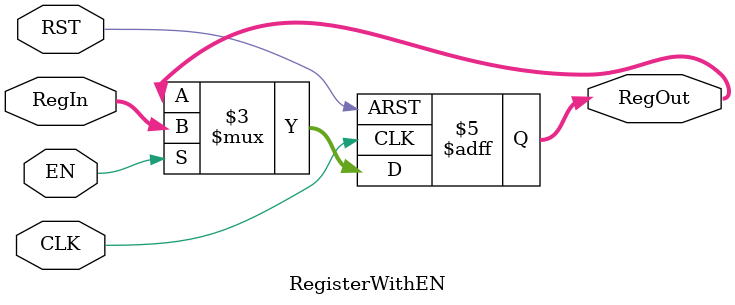
<source format=v>
module RegisterWithEN #(
    parameter Reg_width = 'd32
) (
    input  wire                   CLK,
    input  wire                   RST,
    input  wire                   EN,
    input  wire   [Reg_width-1:0] RegIn,
    output reg    [Reg_width-1:0] RegOut
);

//Instruction register logic
always @(posedge CLK or negedge RST) begin
    if (!RST) begin
        RegOut <= 'b0;
    end

    else if (EN) begin
        RegOut <= RegIn;
    end
end 
endmodule
</source>
